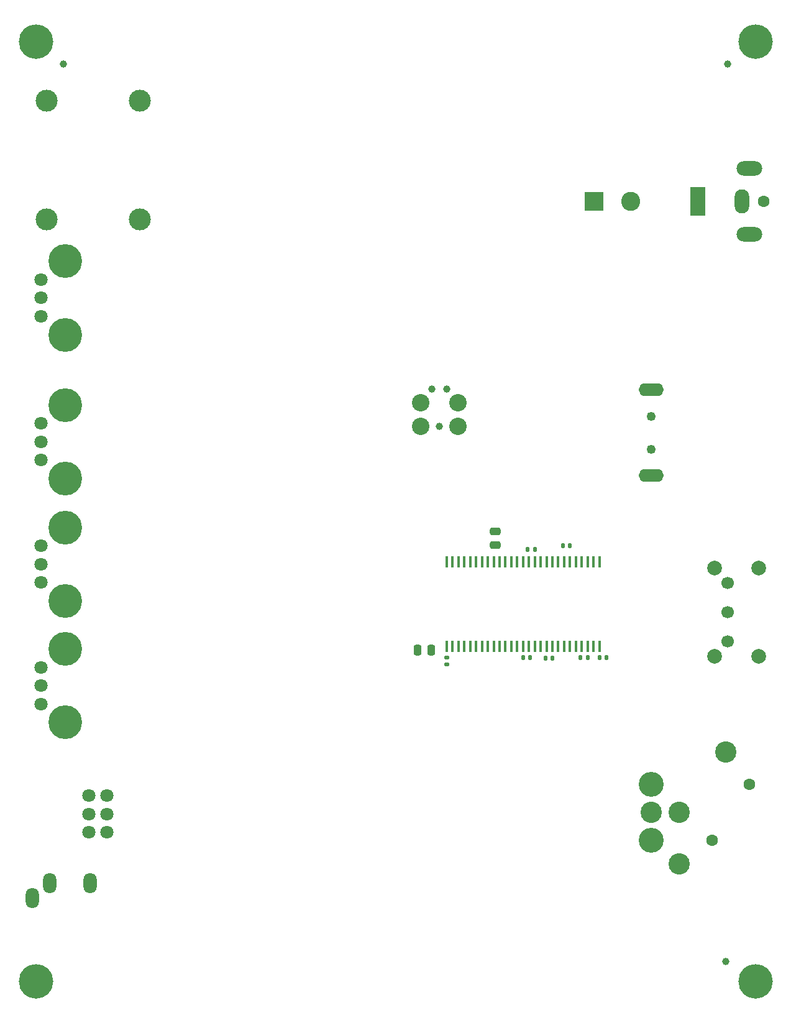
<source format=gbr>
G04 #@! TF.GenerationSoftware,KiCad,Pcbnew,7.0.9*
G04 #@! TF.CreationDate,2024-03-14T12:42:54+01:00*
G04 #@! TF.ProjectId,Apothecary - DSP Development Board,41706f74-6865-4636-9172-79202d204453,rev?*
G04 #@! TF.SameCoordinates,Original*
G04 #@! TF.FileFunction,Soldermask,Bot*
G04 #@! TF.FilePolarity,Negative*
%FSLAX46Y46*%
G04 Gerber Fmt 4.6, Leading zero omitted, Abs format (unit mm)*
G04 Created by KiCad (PCBNEW 7.0.9) date 2024-03-14 12:42:54*
%MOMM*%
%LPD*%
G01*
G04 APERTURE LIST*
G04 Aperture macros list*
%AMRoundRect*
0 Rectangle with rounded corners*
0 $1 Rounding radius*
0 $2 $3 $4 $5 $6 $7 $8 $9 X,Y pos of 4 corners*
0 Add a 4 corners polygon primitive as box body*
4,1,4,$2,$3,$4,$5,$6,$7,$8,$9,$2,$3,0*
0 Add four circle primitives for the rounded corners*
1,1,$1+$1,$2,$3*
1,1,$1+$1,$4,$5*
1,1,$1+$1,$6,$7*
1,1,$1+$1,$8,$9*
0 Add four rect primitives between the rounded corners*
20,1,$1+$1,$2,$3,$4,$5,0*
20,1,$1+$1,$4,$5,$6,$7,0*
20,1,$1+$1,$6,$7,$8,$9,0*
20,1,$1+$1,$8,$9,$2,$3,0*%
G04 Aperture macros list end*
%ADD10O,1.800000X2.800000*%
%ADD11C,1.250000*%
%ADD12O,3.402400X1.777400*%
%ADD13C,4.600000*%
%ADD14C,1.800000*%
%ADD15C,2.000000*%
%ADD16C,1.700000*%
%ADD17C,4.700000*%
%ADD18C,1.600000*%
%ADD19C,3.400000*%
%ADD20C,2.900000*%
%ADD21C,0.990600*%
%ADD22C,2.374900*%
%ADD23R,2.000000X4.000000*%
%ADD24O,2.000000X3.300000*%
%ADD25O,3.500000X2.000000*%
%ADD26R,2.600000X2.600000*%
%ADD27C,2.600000*%
%ADD28C,3.000000*%
%ADD29RoundRect,0.250000X-0.475000X0.250000X-0.475000X-0.250000X0.475000X-0.250000X0.475000X0.250000X0*%
%ADD30RoundRect,0.140000X-0.140000X-0.170000X0.140000X-0.170000X0.140000X0.170000X-0.140000X0.170000X0*%
%ADD31C,1.000000*%
%ADD32RoundRect,0.140000X0.140000X0.170000X-0.140000X0.170000X-0.140000X-0.170000X0.140000X-0.170000X0*%
%ADD33R,0.458000X1.510000*%
%ADD34RoundRect,0.250000X-0.250000X-0.475000X0.250000X-0.475000X0.250000X0.475000X-0.250000X0.475000X0*%
%ADD35RoundRect,0.140000X0.170000X-0.140000X0.170000X0.140000X-0.170000X0.140000X-0.170000X-0.140000X0*%
G04 APERTURE END LIST*
D10*
X115134422Y-140384422D03*
X107234422Y-142384422D03*
X109634422Y-140384422D03*
D11*
X191600000Y-81250000D03*
X191600000Y-76750000D03*
D12*
X191600000Y-84850000D03*
X191600000Y-73150000D03*
D13*
X111700000Y-101925000D03*
X111700000Y-91925000D03*
D14*
X108400000Y-94425000D03*
X108400000Y-96925000D03*
X108400000Y-99425000D03*
D15*
X200200000Y-97450000D03*
X206200000Y-109450000D03*
X200200000Y-109450000D03*
X206200000Y-97450000D03*
D16*
X201950000Y-107450000D03*
X201950000Y-103450000D03*
X201950000Y-99450000D03*
D17*
X205750000Y-153750000D03*
D18*
X204920000Y-126940000D03*
X199840000Y-134560000D03*
D19*
X191580000Y-126940000D03*
D20*
X195395000Y-130750000D03*
X191580000Y-130750000D03*
X195395000Y-137730000D03*
D19*
X191580000Y-134560000D03*
D20*
X201750000Y-122500000D03*
D13*
X111700000Y-65650000D03*
X111700000Y-55650000D03*
D14*
X108400000Y-58150000D03*
X108400000Y-60650000D03*
X108400000Y-63150000D03*
X117400000Y-128450001D03*
X117400000Y-130950001D03*
X117400000Y-133450001D03*
X114900000Y-128450001D03*
X114900000Y-130950001D03*
X114900000Y-133450001D03*
D17*
X107750000Y-25750000D03*
X205750000Y-25750000D03*
D13*
X111700000Y-85250000D03*
X111700000Y-75250000D03*
D14*
X108400000Y-77750000D03*
X108400000Y-80250000D03*
X108400000Y-82750000D03*
D13*
X111700000Y-118450000D03*
X111700000Y-108450000D03*
D14*
X108400000Y-110950000D03*
X108400000Y-113450000D03*
X108400000Y-115950000D03*
D21*
X163728500Y-73037500D03*
D22*
X160172500Y-74942500D03*
X165252500Y-74942500D03*
D21*
X161696500Y-73037500D03*
X162712500Y-78117500D03*
D22*
X160172500Y-78117500D03*
X165252500Y-78117500D03*
D18*
X206900000Y-47500000D03*
D23*
X197900000Y-47500000D03*
D24*
X203900000Y-47500000D03*
D25*
X204900000Y-52000000D03*
X204900000Y-43000000D03*
D26*
X183750000Y-47455000D03*
D27*
X188750000Y-47455000D03*
D28*
X109200000Y-49980000D03*
X109200000Y-33750000D03*
X121900000Y-49980000D03*
X121900000Y-33750000D03*
D17*
X107750000Y-153750000D03*
D29*
X170300000Y-92449999D03*
X170300000Y-94349999D03*
D30*
X179540000Y-94424999D03*
X180500000Y-94424999D03*
D31*
X201750000Y-151000000D03*
D32*
X175700000Y-94925000D03*
X174740000Y-94925000D03*
X185459999Y-109674998D03*
X184499999Y-109674998D03*
D30*
X181944998Y-109674999D03*
X182904998Y-109674999D03*
D31*
X202000000Y-28750000D03*
D33*
X184499999Y-108074999D03*
X183699999Y-108074999D03*
X182899999Y-108074999D03*
X182099999Y-108074999D03*
X181299999Y-108074999D03*
X180499999Y-108074999D03*
X179699999Y-108074999D03*
X178899999Y-108074999D03*
X178099999Y-108074999D03*
X177299999Y-108074999D03*
X176499999Y-108074999D03*
X175699999Y-108074999D03*
X174899999Y-108074999D03*
X174099999Y-108074999D03*
X173299999Y-108074999D03*
X172499999Y-108074999D03*
X171699999Y-108074999D03*
X170899999Y-108074999D03*
X170099999Y-108074999D03*
X169299999Y-108074999D03*
X168499999Y-108074999D03*
X167699999Y-108074999D03*
X166899999Y-108074999D03*
X166099999Y-108074999D03*
X165299999Y-108074999D03*
X164499999Y-108074999D03*
X163699999Y-108074999D03*
X163699999Y-96574999D03*
X164499999Y-96574999D03*
X165299999Y-96574999D03*
X166099999Y-96574999D03*
X166899999Y-96574999D03*
X167699999Y-96574999D03*
X168499999Y-96574999D03*
X169299999Y-96574999D03*
X170099999Y-96574999D03*
X170899999Y-96574999D03*
X171699999Y-96574999D03*
X172499999Y-96574999D03*
X173299999Y-96574999D03*
X174099999Y-96574999D03*
X174899999Y-96574999D03*
X175699999Y-96574999D03*
X176499999Y-96574999D03*
X177299999Y-96574999D03*
X178099999Y-96574999D03*
X178899999Y-96574999D03*
X179699999Y-96574999D03*
X180499999Y-96574999D03*
X181299999Y-96574999D03*
X182099999Y-96574999D03*
X182899999Y-96574999D03*
X183699999Y-96574999D03*
X184499999Y-96574999D03*
D34*
X159700000Y-108650000D03*
X161600000Y-108650000D03*
D32*
X175059999Y-109674999D03*
X174099999Y-109674999D03*
D35*
X163700001Y-110585000D03*
X163700001Y-109625000D03*
D30*
X177139999Y-109724999D03*
X178099999Y-109724999D03*
D31*
X111500000Y-28750000D03*
M02*

</source>
